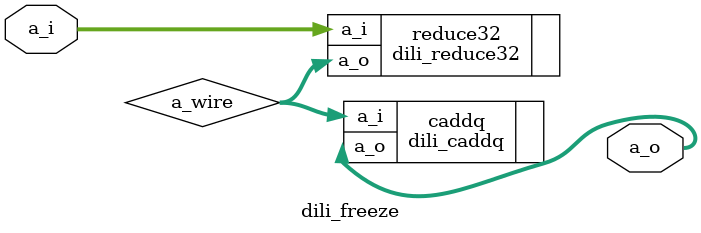
<source format=sv>
module dili_freeze #(
    parameter WIDTH = 32 ,
    parameter QINV  = 58728449 ,
    parameter Q     = 8380417 
)(
    input  signed [WIDTH-1:0]  a_i,
    output signed [WIDTH-1:0]  a_o
);
    logic signed [WIDTH-1:0] a_wire ;
    
    dili_reduce32 reduce32(
        .a_i(a_i),
        .a_o(a_wire) 
    );

    dili_caddq caddq (
        .a_i(a_wire) ,
        .a_o(a_o)
    ) ;

endmodule : dili_freeze
</source>
